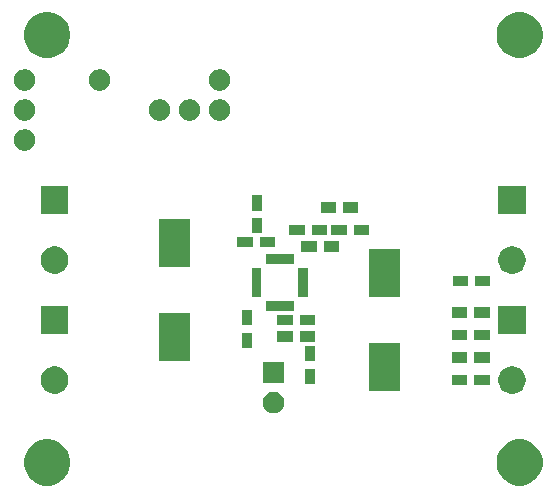
<source format=gbs>
G04 #@! TF.GenerationSoftware,KiCad,Pcbnew,(5.0.2)-1*
G04 #@! TF.CreationDate,2019-01-24T20:45:34+08:00*
G04 #@! TF.ProjectId,Inverter Trial 2,496e7665-7274-4657-9220-547269616c20,rev?*
G04 #@! TF.SameCoordinates,Original*
G04 #@! TF.FileFunction,Soldermask,Bot*
G04 #@! TF.FilePolarity,Negative*
%FSLAX46Y46*%
G04 Gerber Fmt 4.6, Leading zero omitted, Abs format (unit mm)*
G04 Created by KiCad (PCBNEW (5.0.2)-1) date 01/24/19 20:45:34*
%MOMM*%
%LPD*%
G01*
G04 APERTURE LIST*
%ADD10C,0.100000*%
G04 APERTURE END LIST*
D10*
G36*
X192974083Y-64798975D02*
X192974085Y-64798976D01*
X192974086Y-64798976D01*
X193329145Y-64946046D01*
X193329146Y-64946047D01*
X193648693Y-65159561D01*
X193920439Y-65431307D01*
X193920441Y-65431310D01*
X194133954Y-65750855D01*
X194281024Y-66105914D01*
X194356000Y-66482843D01*
X194356000Y-66867157D01*
X194281024Y-67244086D01*
X194133954Y-67599145D01*
X194133953Y-67599146D01*
X193920439Y-67918693D01*
X193648693Y-68190439D01*
X193648690Y-68190441D01*
X193329145Y-68403954D01*
X192974086Y-68551024D01*
X192974085Y-68551024D01*
X192974083Y-68551025D01*
X192597158Y-68626000D01*
X192212842Y-68626000D01*
X191835917Y-68551025D01*
X191835915Y-68551024D01*
X191835914Y-68551024D01*
X191480855Y-68403954D01*
X191161310Y-68190441D01*
X191161307Y-68190439D01*
X190889561Y-67918693D01*
X190676047Y-67599146D01*
X190676046Y-67599145D01*
X190528976Y-67244086D01*
X190454000Y-66867157D01*
X190454000Y-66482843D01*
X190528976Y-66105914D01*
X190676046Y-65750855D01*
X190889559Y-65431310D01*
X190889561Y-65431307D01*
X191161307Y-65159561D01*
X191480854Y-64946047D01*
X191480855Y-64946046D01*
X191835914Y-64798976D01*
X191835915Y-64798976D01*
X191835917Y-64798975D01*
X192212842Y-64724000D01*
X192597158Y-64724000D01*
X192974083Y-64798975D01*
X192974083Y-64798975D01*
G37*
G36*
X152969083Y-64798975D02*
X152969085Y-64798976D01*
X152969086Y-64798976D01*
X153324145Y-64946046D01*
X153324146Y-64946047D01*
X153643693Y-65159561D01*
X153915439Y-65431307D01*
X153915441Y-65431310D01*
X154128954Y-65750855D01*
X154276024Y-66105914D01*
X154351000Y-66482843D01*
X154351000Y-66867157D01*
X154276024Y-67244086D01*
X154128954Y-67599145D01*
X154128953Y-67599146D01*
X153915439Y-67918693D01*
X153643693Y-68190439D01*
X153643690Y-68190441D01*
X153324145Y-68403954D01*
X152969086Y-68551024D01*
X152969085Y-68551024D01*
X152969083Y-68551025D01*
X152592158Y-68626000D01*
X152207842Y-68626000D01*
X151830917Y-68551025D01*
X151830915Y-68551024D01*
X151830914Y-68551024D01*
X151475855Y-68403954D01*
X151156310Y-68190441D01*
X151156307Y-68190439D01*
X150884561Y-67918693D01*
X150671047Y-67599146D01*
X150671046Y-67599145D01*
X150523976Y-67244086D01*
X150449000Y-66867157D01*
X150449000Y-66482843D01*
X150523976Y-66105914D01*
X150671046Y-65750855D01*
X150884559Y-65431310D01*
X150884561Y-65431307D01*
X151156307Y-65159561D01*
X151475854Y-64946047D01*
X151475855Y-64946046D01*
X151830914Y-64798976D01*
X151830915Y-64798976D01*
X151830917Y-64798975D01*
X152207842Y-64724000D01*
X152592158Y-64724000D01*
X152969083Y-64798975D01*
X152969083Y-64798975D01*
G37*
G36*
X171842145Y-60720932D02*
X172007572Y-60789454D01*
X172156457Y-60888936D01*
X172283064Y-61015543D01*
X172382546Y-61164428D01*
X172451068Y-61329855D01*
X172486000Y-61505470D01*
X172486000Y-61684530D01*
X172451068Y-61860145D01*
X172382546Y-62025572D01*
X172283064Y-62174457D01*
X172156457Y-62301064D01*
X172007572Y-62400546D01*
X171842145Y-62469068D01*
X171666530Y-62504000D01*
X171487470Y-62504000D01*
X171311855Y-62469068D01*
X171146428Y-62400546D01*
X170997543Y-62301064D01*
X170870936Y-62174457D01*
X170771454Y-62025572D01*
X170702932Y-61860145D01*
X170668000Y-61684530D01*
X170668000Y-61505470D01*
X170702932Y-61329855D01*
X170771454Y-61164428D01*
X170870936Y-61015543D01*
X170997543Y-60888936D01*
X171146428Y-60789454D01*
X171311855Y-60720932D01*
X171487470Y-60686000D01*
X171666530Y-60686000D01*
X171842145Y-60720932D01*
X171842145Y-60720932D01*
G37*
G36*
X153373065Y-58575539D02*
X153373067Y-58575540D01*
X153373068Y-58575540D01*
X153583992Y-58662907D01*
X153771256Y-58788034D01*
X153773822Y-58789748D01*
X153935252Y-58951178D01*
X153935254Y-58951181D01*
X154062093Y-59141008D01*
X154149460Y-59351932D01*
X154194000Y-59575848D01*
X154194000Y-59804152D01*
X154149460Y-60028068D01*
X154062093Y-60238992D01*
X154062092Y-60238993D01*
X153935252Y-60428822D01*
X153773822Y-60590252D01*
X153773819Y-60590254D01*
X153583992Y-60717093D01*
X153373068Y-60804460D01*
X153373067Y-60804460D01*
X153373065Y-60804461D01*
X153149153Y-60849000D01*
X152920847Y-60849000D01*
X152696935Y-60804461D01*
X152696933Y-60804460D01*
X152696932Y-60804460D01*
X152486008Y-60717093D01*
X152296181Y-60590254D01*
X152296178Y-60590252D01*
X152134748Y-60428822D01*
X152007908Y-60238993D01*
X152007907Y-60238992D01*
X151920540Y-60028068D01*
X151876000Y-59804152D01*
X151876000Y-59575848D01*
X151920540Y-59351932D01*
X152007907Y-59141008D01*
X152134746Y-58951181D01*
X152134748Y-58951178D01*
X152296178Y-58789748D01*
X152298744Y-58788034D01*
X152486008Y-58662907D01*
X152696932Y-58575540D01*
X152696933Y-58575540D01*
X152696935Y-58575539D01*
X152920847Y-58531000D01*
X153149153Y-58531000D01*
X153373065Y-58575539D01*
X153373065Y-58575539D01*
G37*
G36*
X192108065Y-58575539D02*
X192108067Y-58575540D01*
X192108068Y-58575540D01*
X192318992Y-58662907D01*
X192506256Y-58788034D01*
X192508822Y-58789748D01*
X192670252Y-58951178D01*
X192670254Y-58951181D01*
X192797093Y-59141008D01*
X192884460Y-59351932D01*
X192929000Y-59575848D01*
X192929000Y-59804152D01*
X192884460Y-60028068D01*
X192797093Y-60238992D01*
X192797092Y-60238993D01*
X192670252Y-60428822D01*
X192508822Y-60590252D01*
X192508819Y-60590254D01*
X192318992Y-60717093D01*
X192108068Y-60804460D01*
X192108067Y-60804460D01*
X192108065Y-60804461D01*
X191884153Y-60849000D01*
X191655847Y-60849000D01*
X191431935Y-60804461D01*
X191431933Y-60804460D01*
X191431932Y-60804460D01*
X191221008Y-60717093D01*
X191031181Y-60590254D01*
X191031178Y-60590252D01*
X190869748Y-60428822D01*
X190742908Y-60238993D01*
X190742907Y-60238992D01*
X190655540Y-60028068D01*
X190611000Y-59804152D01*
X190611000Y-59575848D01*
X190655540Y-59351932D01*
X190742907Y-59141008D01*
X190869746Y-58951181D01*
X190869748Y-58951178D01*
X191031178Y-58789748D01*
X191033744Y-58788034D01*
X191221008Y-58662907D01*
X191431932Y-58575540D01*
X191431933Y-58575540D01*
X191431935Y-58575539D01*
X191655847Y-58531000D01*
X191884153Y-58531000D01*
X192108065Y-58575539D01*
X192108065Y-58575539D01*
G37*
G36*
X182276000Y-60661000D02*
X179674000Y-60661000D01*
X179674000Y-56559000D01*
X182276000Y-56559000D01*
X182276000Y-60661000D01*
X182276000Y-60661000D01*
G37*
G36*
X187981000Y-60116000D02*
X186679000Y-60116000D01*
X186679000Y-59264000D01*
X187981000Y-59264000D01*
X187981000Y-60116000D01*
X187981000Y-60116000D01*
G37*
G36*
X189881000Y-60116000D02*
X188579000Y-60116000D01*
X188579000Y-59264000D01*
X189881000Y-59264000D01*
X189881000Y-60116000D01*
X189881000Y-60116000D01*
G37*
G36*
X175051000Y-60021000D02*
X174199000Y-60021000D01*
X174199000Y-58719000D01*
X175051000Y-58719000D01*
X175051000Y-60021000D01*
X175051000Y-60021000D01*
G37*
G36*
X172486000Y-59964000D02*
X170668000Y-59964000D01*
X170668000Y-58146000D01*
X172486000Y-58146000D01*
X172486000Y-59964000D01*
X172486000Y-59964000D01*
G37*
G36*
X189881000Y-58211000D02*
X188579000Y-58211000D01*
X188579000Y-57359000D01*
X189881000Y-57359000D01*
X189881000Y-58211000D01*
X189881000Y-58211000D01*
G37*
G36*
X187981000Y-58211000D02*
X186679000Y-58211000D01*
X186679000Y-57359000D01*
X187981000Y-57359000D01*
X187981000Y-58211000D01*
X187981000Y-58211000D01*
G37*
G36*
X175051000Y-58121000D02*
X174199000Y-58121000D01*
X174199000Y-56819000D01*
X175051000Y-56819000D01*
X175051000Y-58121000D01*
X175051000Y-58121000D01*
G37*
G36*
X164496000Y-58121000D02*
X161894000Y-58121000D01*
X161894000Y-54019000D01*
X164496000Y-54019000D01*
X164496000Y-58121000D01*
X164496000Y-58121000D01*
G37*
G36*
X169717000Y-56973000D02*
X168865000Y-56973000D01*
X168865000Y-55671000D01*
X169717000Y-55671000D01*
X169717000Y-56973000D01*
X169717000Y-56973000D01*
G37*
G36*
X175083000Y-56433000D02*
X173781000Y-56433000D01*
X173781000Y-55581000D01*
X175083000Y-55581000D01*
X175083000Y-56433000D01*
X175083000Y-56433000D01*
G37*
G36*
X173183000Y-56433000D02*
X171881000Y-56433000D01*
X171881000Y-55581000D01*
X173183000Y-55581000D01*
X173183000Y-56433000D01*
X173183000Y-56433000D01*
G37*
G36*
X187981000Y-56306000D02*
X186679000Y-56306000D01*
X186679000Y-55454000D01*
X187981000Y-55454000D01*
X187981000Y-56306000D01*
X187981000Y-56306000D01*
G37*
G36*
X189881000Y-56306000D02*
X188579000Y-56306000D01*
X188579000Y-55454000D01*
X189881000Y-55454000D01*
X189881000Y-56306000D01*
X189881000Y-56306000D01*
G37*
G36*
X192929000Y-55769000D02*
X190611000Y-55769000D01*
X190611000Y-53451000D01*
X192929000Y-53451000D01*
X192929000Y-55769000D01*
X192929000Y-55769000D01*
G37*
G36*
X154194000Y-55769000D02*
X151876000Y-55769000D01*
X151876000Y-53451000D01*
X154194000Y-53451000D01*
X154194000Y-55769000D01*
X154194000Y-55769000D01*
G37*
G36*
X169717000Y-55073000D02*
X168865000Y-55073000D01*
X168865000Y-53771000D01*
X169717000Y-53771000D01*
X169717000Y-55073000D01*
X169717000Y-55073000D01*
G37*
G36*
X173183000Y-55036000D02*
X171881000Y-55036000D01*
X171881000Y-54184000D01*
X173183000Y-54184000D01*
X173183000Y-55036000D01*
X173183000Y-55036000D01*
G37*
G36*
X175083000Y-55036000D02*
X173781000Y-55036000D01*
X173781000Y-54184000D01*
X175083000Y-54184000D01*
X175083000Y-55036000D01*
X175083000Y-55036000D01*
G37*
G36*
X187981000Y-54401000D02*
X186679000Y-54401000D01*
X186679000Y-53549000D01*
X187981000Y-53549000D01*
X187981000Y-54401000D01*
X187981000Y-54401000D01*
G37*
G36*
X189881000Y-54401000D02*
X188579000Y-54401000D01*
X188579000Y-53549000D01*
X189881000Y-53549000D01*
X189881000Y-54401000D01*
X189881000Y-54401000D01*
G37*
G36*
X173296000Y-53816000D02*
X170894000Y-53816000D01*
X170894000Y-52984000D01*
X173296000Y-52984000D01*
X173296000Y-53816000D01*
X173296000Y-53816000D01*
G37*
G36*
X182276000Y-52661000D02*
X179674000Y-52661000D01*
X179674000Y-48559000D01*
X182276000Y-48559000D01*
X182276000Y-52661000D01*
X182276000Y-52661000D01*
G37*
G36*
X174476000Y-52636000D02*
X173644000Y-52636000D01*
X173644000Y-50234000D01*
X174476000Y-50234000D01*
X174476000Y-52636000D01*
X174476000Y-52636000D01*
G37*
G36*
X170546000Y-52636000D02*
X169714000Y-52636000D01*
X169714000Y-50234000D01*
X170546000Y-50234000D01*
X170546000Y-52636000D01*
X170546000Y-52636000D01*
G37*
G36*
X188042000Y-51734000D02*
X186740000Y-51734000D01*
X186740000Y-50882000D01*
X188042000Y-50882000D01*
X188042000Y-51734000D01*
X188042000Y-51734000D01*
G37*
G36*
X189942000Y-51734000D02*
X188640000Y-51734000D01*
X188640000Y-50882000D01*
X189942000Y-50882000D01*
X189942000Y-51734000D01*
X189942000Y-51734000D01*
G37*
G36*
X153373065Y-48415539D02*
X153373067Y-48415540D01*
X153373068Y-48415540D01*
X153583992Y-48502907D01*
X153771256Y-48628034D01*
X153773822Y-48629748D01*
X153935252Y-48791178D01*
X153935254Y-48791181D01*
X154062093Y-48981008D01*
X154149460Y-49191932D01*
X154194000Y-49415848D01*
X154194000Y-49644152D01*
X154149460Y-49868068D01*
X154062093Y-50078992D01*
X154062092Y-50078993D01*
X153935252Y-50268822D01*
X153773822Y-50430252D01*
X153773819Y-50430254D01*
X153583992Y-50557093D01*
X153373068Y-50644460D01*
X153373067Y-50644460D01*
X153373065Y-50644461D01*
X153149153Y-50689000D01*
X152920847Y-50689000D01*
X152696935Y-50644461D01*
X152696933Y-50644460D01*
X152696932Y-50644460D01*
X152486008Y-50557093D01*
X152296181Y-50430254D01*
X152296178Y-50430252D01*
X152134748Y-50268822D01*
X152007908Y-50078993D01*
X152007907Y-50078992D01*
X151920540Y-49868068D01*
X151876000Y-49644152D01*
X151876000Y-49415848D01*
X151920540Y-49191932D01*
X152007907Y-48981008D01*
X152134746Y-48791181D01*
X152134748Y-48791178D01*
X152296178Y-48629748D01*
X152298744Y-48628034D01*
X152486008Y-48502907D01*
X152696932Y-48415540D01*
X152696933Y-48415540D01*
X152696935Y-48415539D01*
X152920847Y-48371000D01*
X153149153Y-48371000D01*
X153373065Y-48415539D01*
X153373065Y-48415539D01*
G37*
G36*
X192108065Y-48415539D02*
X192108067Y-48415540D01*
X192108068Y-48415540D01*
X192318992Y-48502907D01*
X192506256Y-48628034D01*
X192508822Y-48629748D01*
X192670252Y-48791178D01*
X192670254Y-48791181D01*
X192797093Y-48981008D01*
X192884460Y-49191932D01*
X192929000Y-49415848D01*
X192929000Y-49644152D01*
X192884460Y-49868068D01*
X192797093Y-50078992D01*
X192797092Y-50078993D01*
X192670252Y-50268822D01*
X192508822Y-50430252D01*
X192508819Y-50430254D01*
X192318992Y-50557093D01*
X192108068Y-50644460D01*
X192108067Y-50644460D01*
X192108065Y-50644461D01*
X191884153Y-50689000D01*
X191655847Y-50689000D01*
X191431935Y-50644461D01*
X191431933Y-50644460D01*
X191431932Y-50644460D01*
X191221008Y-50557093D01*
X191031181Y-50430254D01*
X191031178Y-50430252D01*
X190869748Y-50268822D01*
X190742908Y-50078993D01*
X190742907Y-50078992D01*
X190655540Y-49868068D01*
X190611000Y-49644152D01*
X190611000Y-49415848D01*
X190655540Y-49191932D01*
X190742907Y-48981008D01*
X190869746Y-48791181D01*
X190869748Y-48791178D01*
X191031178Y-48629748D01*
X191033744Y-48628034D01*
X191221008Y-48502907D01*
X191431932Y-48415540D01*
X191431933Y-48415540D01*
X191431935Y-48415539D01*
X191655847Y-48371000D01*
X191884153Y-48371000D01*
X192108065Y-48415539D01*
X192108065Y-48415539D01*
G37*
G36*
X164496000Y-50121000D02*
X161894000Y-50121000D01*
X161894000Y-46019000D01*
X164496000Y-46019000D01*
X164496000Y-50121000D01*
X164496000Y-50121000D01*
G37*
G36*
X173296000Y-49886000D02*
X170894000Y-49886000D01*
X170894000Y-49054000D01*
X173296000Y-49054000D01*
X173296000Y-49886000D01*
X173296000Y-49886000D01*
G37*
G36*
X177115000Y-48813000D02*
X175813000Y-48813000D01*
X175813000Y-47961000D01*
X177115000Y-47961000D01*
X177115000Y-48813000D01*
X177115000Y-48813000D01*
G37*
G36*
X175215000Y-48813000D02*
X173913000Y-48813000D01*
X173913000Y-47961000D01*
X175215000Y-47961000D01*
X175215000Y-48813000D01*
X175215000Y-48813000D01*
G37*
G36*
X169815000Y-48432000D02*
X168513000Y-48432000D01*
X168513000Y-47580000D01*
X169815000Y-47580000D01*
X169815000Y-48432000D01*
X169815000Y-48432000D01*
G37*
G36*
X171715000Y-48432000D02*
X170413000Y-48432000D01*
X170413000Y-47580000D01*
X171715000Y-47580000D01*
X171715000Y-48432000D01*
X171715000Y-48432000D01*
G37*
G36*
X174199000Y-47416000D02*
X172897000Y-47416000D01*
X172897000Y-46564000D01*
X174199000Y-46564000D01*
X174199000Y-47416000D01*
X174199000Y-47416000D01*
G37*
G36*
X179655000Y-47416000D02*
X178353000Y-47416000D01*
X178353000Y-46564000D01*
X179655000Y-46564000D01*
X179655000Y-47416000D01*
X179655000Y-47416000D01*
G37*
G36*
X176099000Y-47416000D02*
X174797000Y-47416000D01*
X174797000Y-46564000D01*
X176099000Y-46564000D01*
X176099000Y-47416000D01*
X176099000Y-47416000D01*
G37*
G36*
X177755000Y-47416000D02*
X176453000Y-47416000D01*
X176453000Y-46564000D01*
X177755000Y-46564000D01*
X177755000Y-47416000D01*
X177755000Y-47416000D01*
G37*
G36*
X170606000Y-47255000D02*
X169754000Y-47255000D01*
X169754000Y-45953000D01*
X170606000Y-45953000D01*
X170606000Y-47255000D01*
X170606000Y-47255000D01*
G37*
G36*
X192929000Y-45609000D02*
X190611000Y-45609000D01*
X190611000Y-43291000D01*
X192929000Y-43291000D01*
X192929000Y-45609000D01*
X192929000Y-45609000D01*
G37*
G36*
X154194000Y-45609000D02*
X151876000Y-45609000D01*
X151876000Y-43291000D01*
X154194000Y-43291000D01*
X154194000Y-45609000D01*
X154194000Y-45609000D01*
G37*
G36*
X178766000Y-45511000D02*
X177464000Y-45511000D01*
X177464000Y-44659000D01*
X178766000Y-44659000D01*
X178766000Y-45511000D01*
X178766000Y-45511000D01*
G37*
G36*
X176866000Y-45511000D02*
X175564000Y-45511000D01*
X175564000Y-44659000D01*
X176866000Y-44659000D01*
X176866000Y-45511000D01*
X176866000Y-45511000D01*
G37*
G36*
X170606000Y-45355000D02*
X169754000Y-45355000D01*
X169754000Y-44053000D01*
X170606000Y-44053000D01*
X170606000Y-45355000D01*
X170606000Y-45355000D01*
G37*
G36*
X150760145Y-38495932D02*
X150925572Y-38564454D01*
X151074457Y-38663936D01*
X151201064Y-38790543D01*
X151300546Y-38939428D01*
X151369068Y-39104855D01*
X151404000Y-39280470D01*
X151404000Y-39459530D01*
X151369068Y-39635145D01*
X151300546Y-39800572D01*
X151201064Y-39949457D01*
X151074457Y-40076064D01*
X150925572Y-40175546D01*
X150760145Y-40244068D01*
X150584530Y-40279000D01*
X150405470Y-40279000D01*
X150229855Y-40244068D01*
X150064428Y-40175546D01*
X149915543Y-40076064D01*
X149788936Y-39949457D01*
X149689454Y-39800572D01*
X149620932Y-39635145D01*
X149586000Y-39459530D01*
X149586000Y-39280470D01*
X149620932Y-39104855D01*
X149689454Y-38939428D01*
X149788936Y-38790543D01*
X149915543Y-38663936D01*
X150064428Y-38564454D01*
X150229855Y-38495932D01*
X150405470Y-38461000D01*
X150584530Y-38461000D01*
X150760145Y-38495932D01*
X150760145Y-38495932D01*
G37*
G36*
X167270145Y-35955932D02*
X167435572Y-36024454D01*
X167584457Y-36123936D01*
X167711064Y-36250543D01*
X167810546Y-36399428D01*
X167879068Y-36564855D01*
X167914000Y-36740470D01*
X167914000Y-36919530D01*
X167879068Y-37095145D01*
X167810546Y-37260572D01*
X167711064Y-37409457D01*
X167584457Y-37536064D01*
X167435572Y-37635546D01*
X167270145Y-37704068D01*
X167094530Y-37739000D01*
X166915470Y-37739000D01*
X166739855Y-37704068D01*
X166574428Y-37635546D01*
X166425543Y-37536064D01*
X166298936Y-37409457D01*
X166199454Y-37260572D01*
X166130932Y-37095145D01*
X166096000Y-36919530D01*
X166096000Y-36740470D01*
X166130932Y-36564855D01*
X166199454Y-36399428D01*
X166298936Y-36250543D01*
X166425543Y-36123936D01*
X166574428Y-36024454D01*
X166739855Y-35955932D01*
X166915470Y-35921000D01*
X167094530Y-35921000D01*
X167270145Y-35955932D01*
X167270145Y-35955932D01*
G37*
G36*
X164730145Y-35955932D02*
X164895572Y-36024454D01*
X165044457Y-36123936D01*
X165171064Y-36250543D01*
X165270546Y-36399428D01*
X165339068Y-36564855D01*
X165374000Y-36740470D01*
X165374000Y-36919530D01*
X165339068Y-37095145D01*
X165270546Y-37260572D01*
X165171064Y-37409457D01*
X165044457Y-37536064D01*
X164895572Y-37635546D01*
X164730145Y-37704068D01*
X164554530Y-37739000D01*
X164375470Y-37739000D01*
X164199855Y-37704068D01*
X164034428Y-37635546D01*
X163885543Y-37536064D01*
X163758936Y-37409457D01*
X163659454Y-37260572D01*
X163590932Y-37095145D01*
X163556000Y-36919530D01*
X163556000Y-36740470D01*
X163590932Y-36564855D01*
X163659454Y-36399428D01*
X163758936Y-36250543D01*
X163885543Y-36123936D01*
X164034428Y-36024454D01*
X164199855Y-35955932D01*
X164375470Y-35921000D01*
X164554530Y-35921000D01*
X164730145Y-35955932D01*
X164730145Y-35955932D01*
G37*
G36*
X162190145Y-35955932D02*
X162355572Y-36024454D01*
X162504457Y-36123936D01*
X162631064Y-36250543D01*
X162730546Y-36399428D01*
X162799068Y-36564855D01*
X162834000Y-36740470D01*
X162834000Y-36919530D01*
X162799068Y-37095145D01*
X162730546Y-37260572D01*
X162631064Y-37409457D01*
X162504457Y-37536064D01*
X162355572Y-37635546D01*
X162190145Y-37704068D01*
X162014530Y-37739000D01*
X161835470Y-37739000D01*
X161659855Y-37704068D01*
X161494428Y-37635546D01*
X161345543Y-37536064D01*
X161218936Y-37409457D01*
X161119454Y-37260572D01*
X161050932Y-37095145D01*
X161016000Y-36919530D01*
X161016000Y-36740470D01*
X161050932Y-36564855D01*
X161119454Y-36399428D01*
X161218936Y-36250543D01*
X161345543Y-36123936D01*
X161494428Y-36024454D01*
X161659855Y-35955932D01*
X161835470Y-35921000D01*
X162014530Y-35921000D01*
X162190145Y-35955932D01*
X162190145Y-35955932D01*
G37*
G36*
X150760145Y-35955932D02*
X150925572Y-36024454D01*
X151074457Y-36123936D01*
X151201064Y-36250543D01*
X151300546Y-36399428D01*
X151369068Y-36564855D01*
X151404000Y-36740470D01*
X151404000Y-36919530D01*
X151369068Y-37095145D01*
X151300546Y-37260572D01*
X151201064Y-37409457D01*
X151074457Y-37536064D01*
X150925572Y-37635546D01*
X150760145Y-37704068D01*
X150584530Y-37739000D01*
X150405470Y-37739000D01*
X150229855Y-37704068D01*
X150064428Y-37635546D01*
X149915543Y-37536064D01*
X149788936Y-37409457D01*
X149689454Y-37260572D01*
X149620932Y-37095145D01*
X149586000Y-36919530D01*
X149586000Y-36740470D01*
X149620932Y-36564855D01*
X149689454Y-36399428D01*
X149788936Y-36250543D01*
X149915543Y-36123936D01*
X150064428Y-36024454D01*
X150229855Y-35955932D01*
X150405470Y-35921000D01*
X150584530Y-35921000D01*
X150760145Y-35955932D01*
X150760145Y-35955932D01*
G37*
G36*
X150760145Y-33415932D02*
X150925572Y-33484454D01*
X151074457Y-33583936D01*
X151201064Y-33710543D01*
X151300546Y-33859428D01*
X151369068Y-34024855D01*
X151404000Y-34200470D01*
X151404000Y-34379530D01*
X151369068Y-34555145D01*
X151300546Y-34720572D01*
X151201064Y-34869457D01*
X151074457Y-34996064D01*
X150925572Y-35095546D01*
X150760145Y-35164068D01*
X150584530Y-35199000D01*
X150405470Y-35199000D01*
X150229855Y-35164068D01*
X150064428Y-35095546D01*
X149915543Y-34996064D01*
X149788936Y-34869457D01*
X149689454Y-34720572D01*
X149620932Y-34555145D01*
X149586000Y-34379530D01*
X149586000Y-34200470D01*
X149620932Y-34024855D01*
X149689454Y-33859428D01*
X149788936Y-33710543D01*
X149915543Y-33583936D01*
X150064428Y-33484454D01*
X150229855Y-33415932D01*
X150405470Y-33381000D01*
X150584530Y-33381000D01*
X150760145Y-33415932D01*
X150760145Y-33415932D01*
G37*
G36*
X157110145Y-33415932D02*
X157275572Y-33484454D01*
X157424457Y-33583936D01*
X157551064Y-33710543D01*
X157650546Y-33859428D01*
X157719068Y-34024855D01*
X157754000Y-34200470D01*
X157754000Y-34379530D01*
X157719068Y-34555145D01*
X157650546Y-34720572D01*
X157551064Y-34869457D01*
X157424457Y-34996064D01*
X157275572Y-35095546D01*
X157110145Y-35164068D01*
X156934530Y-35199000D01*
X156755470Y-35199000D01*
X156579855Y-35164068D01*
X156414428Y-35095546D01*
X156265543Y-34996064D01*
X156138936Y-34869457D01*
X156039454Y-34720572D01*
X155970932Y-34555145D01*
X155936000Y-34379530D01*
X155936000Y-34200470D01*
X155970932Y-34024855D01*
X156039454Y-33859428D01*
X156138936Y-33710543D01*
X156265543Y-33583936D01*
X156414428Y-33484454D01*
X156579855Y-33415932D01*
X156755470Y-33381000D01*
X156934530Y-33381000D01*
X157110145Y-33415932D01*
X157110145Y-33415932D01*
G37*
G36*
X167270145Y-33415932D02*
X167435572Y-33484454D01*
X167584457Y-33583936D01*
X167711064Y-33710543D01*
X167810546Y-33859428D01*
X167879068Y-34024855D01*
X167914000Y-34200470D01*
X167914000Y-34379530D01*
X167879068Y-34555145D01*
X167810546Y-34720572D01*
X167711064Y-34869457D01*
X167584457Y-34996064D01*
X167435572Y-35095546D01*
X167270145Y-35164068D01*
X167094530Y-35199000D01*
X166915470Y-35199000D01*
X166739855Y-35164068D01*
X166574428Y-35095546D01*
X166425543Y-34996064D01*
X166298936Y-34869457D01*
X166199454Y-34720572D01*
X166130932Y-34555145D01*
X166096000Y-34379530D01*
X166096000Y-34200470D01*
X166130932Y-34024855D01*
X166199454Y-33859428D01*
X166298936Y-33710543D01*
X166425543Y-33583936D01*
X166574428Y-33484454D01*
X166739855Y-33415932D01*
X166915470Y-33381000D01*
X167094530Y-33381000D01*
X167270145Y-33415932D01*
X167270145Y-33415932D01*
G37*
G36*
X152969083Y-28603975D02*
X152969085Y-28603976D01*
X152969086Y-28603976D01*
X153324145Y-28751046D01*
X153324146Y-28751047D01*
X153643693Y-28964561D01*
X153915439Y-29236307D01*
X153915441Y-29236310D01*
X154128954Y-29555855D01*
X154276024Y-29910914D01*
X154351000Y-30287843D01*
X154351000Y-30672157D01*
X154276024Y-31049086D01*
X154128954Y-31404145D01*
X154128953Y-31404146D01*
X153915439Y-31723693D01*
X153643693Y-31995439D01*
X153643690Y-31995441D01*
X153324145Y-32208954D01*
X152969086Y-32356024D01*
X152969085Y-32356024D01*
X152969083Y-32356025D01*
X152592158Y-32431000D01*
X152207842Y-32431000D01*
X151830917Y-32356025D01*
X151830915Y-32356024D01*
X151830914Y-32356024D01*
X151475855Y-32208954D01*
X151156310Y-31995441D01*
X151156307Y-31995439D01*
X150884561Y-31723693D01*
X150671047Y-31404146D01*
X150671046Y-31404145D01*
X150523976Y-31049086D01*
X150449000Y-30672157D01*
X150449000Y-30287843D01*
X150523976Y-29910914D01*
X150671046Y-29555855D01*
X150884559Y-29236310D01*
X150884561Y-29236307D01*
X151156307Y-28964561D01*
X151475854Y-28751047D01*
X151475855Y-28751046D01*
X151830914Y-28603976D01*
X151830915Y-28603976D01*
X151830917Y-28603975D01*
X152207842Y-28529000D01*
X152592158Y-28529000D01*
X152969083Y-28603975D01*
X152969083Y-28603975D01*
G37*
G36*
X192974083Y-28603975D02*
X192974085Y-28603976D01*
X192974086Y-28603976D01*
X193329145Y-28751046D01*
X193329146Y-28751047D01*
X193648693Y-28964561D01*
X193920439Y-29236307D01*
X193920441Y-29236310D01*
X194133954Y-29555855D01*
X194281024Y-29910914D01*
X194356000Y-30287843D01*
X194356000Y-30672157D01*
X194281024Y-31049086D01*
X194133954Y-31404145D01*
X194133953Y-31404146D01*
X193920439Y-31723693D01*
X193648693Y-31995439D01*
X193648690Y-31995441D01*
X193329145Y-32208954D01*
X192974086Y-32356024D01*
X192974085Y-32356024D01*
X192974083Y-32356025D01*
X192597158Y-32431000D01*
X192212842Y-32431000D01*
X191835917Y-32356025D01*
X191835915Y-32356024D01*
X191835914Y-32356024D01*
X191480855Y-32208954D01*
X191161310Y-31995441D01*
X191161307Y-31995439D01*
X190889561Y-31723693D01*
X190676047Y-31404146D01*
X190676046Y-31404145D01*
X190528976Y-31049086D01*
X190454000Y-30672157D01*
X190454000Y-30287843D01*
X190528976Y-29910914D01*
X190676046Y-29555855D01*
X190889559Y-29236310D01*
X190889561Y-29236307D01*
X191161307Y-28964561D01*
X191480854Y-28751047D01*
X191480855Y-28751046D01*
X191835914Y-28603976D01*
X191835915Y-28603976D01*
X191835917Y-28603975D01*
X192212842Y-28529000D01*
X192597158Y-28529000D01*
X192974083Y-28603975D01*
X192974083Y-28603975D01*
G37*
M02*

</source>
